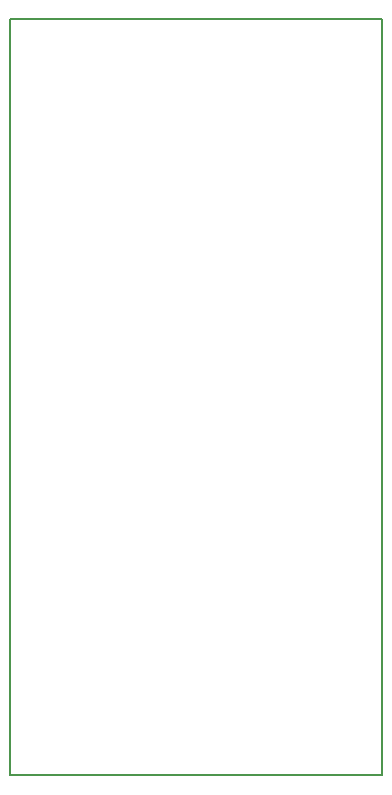
<source format=gbr>
G04 #@! TF.FileFunction,Profile,NP*
%FSLAX46Y46*%
G04 Gerber Fmt 4.6, Leading zero omitted, Abs format (unit mm)*
G04 Created by KiCad (PCBNEW 4.0.6) date Friday, June 02, 2017 'PMt' 04:09:18 PM*
%MOMM*%
%LPD*%
G01*
G04 APERTURE LIST*
%ADD10C,0.100000*%
%ADD11C,0.150000*%
G04 APERTURE END LIST*
D10*
D11*
X184404000Y-152908000D02*
X215900000Y-152908000D01*
X184404000Y-88900000D02*
X215900000Y-88900000D01*
X215900000Y-152908000D02*
X215900000Y-88900000D01*
X184404000Y-152908000D02*
X184404000Y-88900000D01*
M02*

</source>
